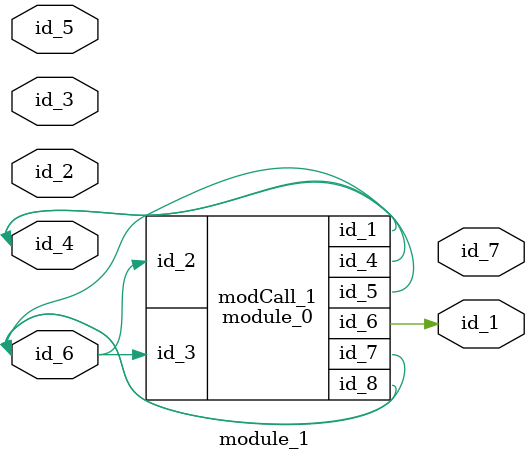
<source format=v>
module module_0 (
    id_1,
    id_2,
    id_3,
    id_4,
    id_5,
    id_6,
    id_7,
    id_8
);
  inout wire id_8;
  output wire id_7;
  output wire id_6;
  output wire id_5;
  inout wire id_4;
  input wire id_3;
  input wire id_2;
  inout wire id_1;
  assign id_5 = 1'b0 ? $realtime : id_3;
  assign module_1.id_10 = 0;
  wire id_9;
  wire id_10;
endmodule
module module_1 (
    id_1,
    id_2,
    id_3,
    id_4,
    id_5,
    id_6,
    id_7
);
  output wire id_7;
  inout wire id_6;
  input wire id_5;
  inout wire id_4;
  input wire id_3;
  input wire id_2;
  output wire id_1;
  module_0 modCall_1 (
      id_4,
      id_6,
      id_6,
      id_4,
      id_6,
      id_1,
      id_6,
      id_6
  );
  tri id_8;
  specify
    (  posedge  id_9  =>  (  id_10  :  -1 'd0 )  )  =  ( $realtime :  id_4  : $realtime ,  id_9  :  id_9  :  id_3  + $realtime )  ;
    $width(negedge id_11 &&& -1, id_8, id_5, id_12);
  endspecify
endmodule

</source>
